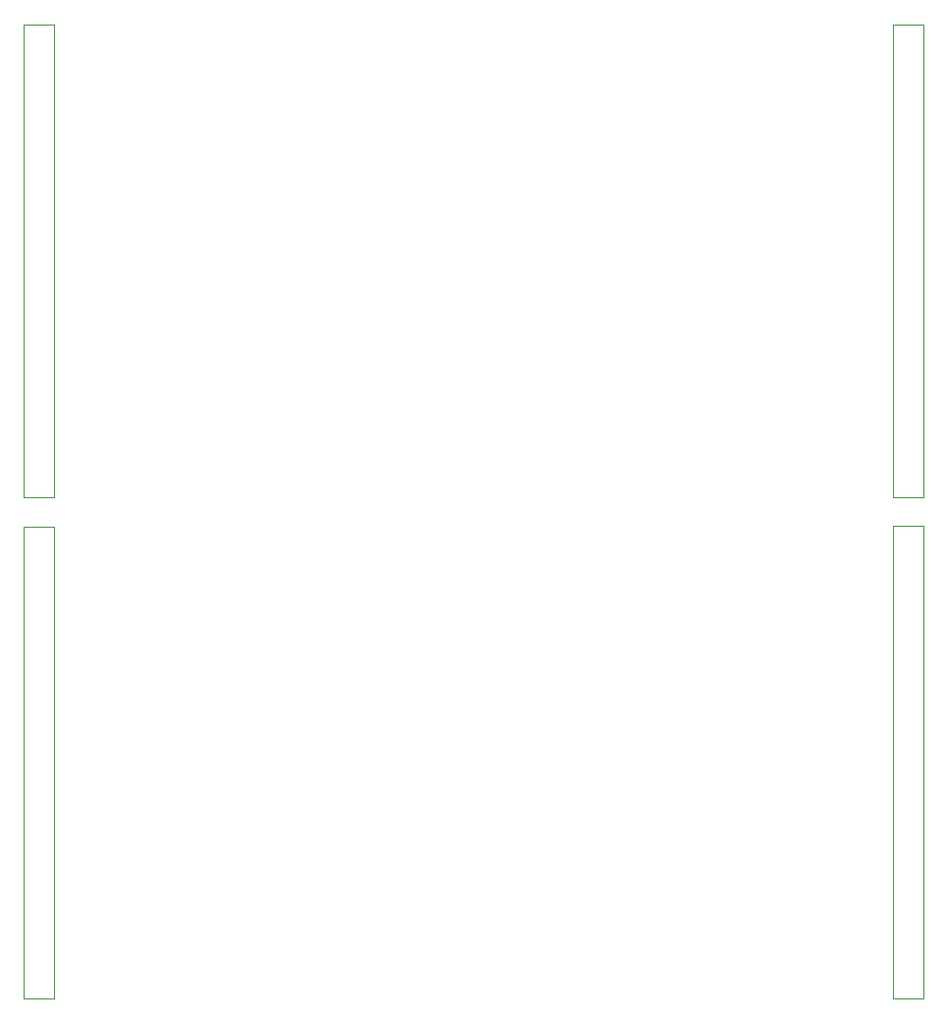
<source format=gbo>
G04 #@! TF.GenerationSoftware,KiCad,Pcbnew,(6.0.11-0)*
G04 #@! TF.CreationDate,2023-03-26T21:42:55+01:00*
G04 #@! TF.ProjectId,ioboard,696f626f-6172-4642-9e6b-696361645f70,rev?*
G04 #@! TF.SameCoordinates,Original*
G04 #@! TF.FileFunction,Legend,Bot*
G04 #@! TF.FilePolarity,Positive*
%FSLAX46Y46*%
G04 Gerber Fmt 4.6, Leading zero omitted, Abs format (unit mm)*
G04 Created by KiCad (PCBNEW (6.0.11-0)) date 2023-03-26 21:42:55*
%MOMM*%
%LPD*%
G01*
G04 APERTURE LIST*
%ADD10C,0.120000*%
%ADD11O,2.500000X4.500000*%
%ADD12R,1.800000X1.800000*%
%ADD13C,1.800000*%
%ADD14C,2.000000*%
%ADD15C,1.400000*%
%ADD16O,1.400000X1.400000*%
%ADD17C,1.700000*%
%ADD18O,1.700000X1.700000*%
G04 APERTURE END LIST*
D10*
X3870000Y-92770000D02*
X1210000Y-92770000D01*
X3870000Y-52070000D02*
X3870000Y-92770000D01*
X3870000Y-52070000D02*
X1210000Y-52070000D01*
X1210000Y-52070000D02*
X1210000Y-92770000D01*
X78790000Y-92770000D02*
X76130000Y-92770000D01*
X78780800Y-52019200D02*
X76139200Y-52019200D01*
X78780800Y-52019200D02*
X78790000Y-92770000D01*
X76139200Y-52019200D02*
X76130000Y-92770000D01*
X76139200Y-8839200D02*
X76130000Y-49590000D01*
X78790000Y-49590000D02*
X76130000Y-49590000D01*
X78780800Y-8839200D02*
X78790000Y-49590000D01*
X78780800Y-8839200D02*
X76139200Y-8839200D01*
X3870000Y-8839200D02*
X1210000Y-8839200D01*
X1210000Y-8839200D02*
X1210000Y-49590000D01*
X3870000Y-8839200D02*
X3870000Y-49590000D01*
X3870000Y-49590000D02*
X1210000Y-49590000D01*
%LPC*%
D11*
X26050000Y-46500000D03*
X35650000Y-46500000D03*
D12*
X28350000Y-54000000D03*
D13*
X30850000Y-54000000D03*
X33350000Y-54000000D03*
D14*
X12500000Y-97000000D03*
X33850000Y-37000000D03*
X30850000Y-43960000D03*
X30850000Y-46500000D03*
X30850000Y-49040000D03*
D11*
X44350000Y-86500000D03*
X53950000Y-86500000D03*
D12*
X46650000Y-94000000D03*
D13*
X49150000Y-94000000D03*
X51650000Y-94000000D03*
D14*
X67500000Y-97000000D03*
D11*
X7700000Y-46500000D03*
X17300000Y-46500000D03*
D12*
X10000000Y-54000000D03*
D13*
X12500000Y-54000000D03*
X15000000Y-54000000D03*
D15*
X57000000Y-97100000D03*
D16*
X57000000Y-89480000D03*
D11*
X62700000Y-6500000D03*
X72300000Y-6500000D03*
D12*
X65000000Y-14000000D03*
D13*
X67500000Y-14000000D03*
X70000000Y-14000000D03*
D14*
X30850000Y-17000000D03*
X67500000Y-23960000D03*
X67500000Y-26500000D03*
X67500000Y-29040000D03*
X67500000Y-63960000D03*
X67500000Y-66500000D03*
X67500000Y-69040000D03*
X9500000Y-97000000D03*
X9500000Y-57000000D03*
X12500000Y-23960000D03*
X12500000Y-26500000D03*
X12500000Y-29040000D03*
X67500000Y-43960000D03*
X67500000Y-46500000D03*
X67500000Y-49040000D03*
D11*
X17300000Y-26500000D03*
X7700000Y-26500000D03*
D12*
X10000000Y-34000000D03*
D13*
X12500000Y-34000000D03*
X15000000Y-34000000D03*
D14*
X67500000Y-17000000D03*
X30850000Y-77000000D03*
D15*
X59500000Y-97100000D03*
D16*
X59500000Y-89480000D03*
D14*
X27520000Y-97000000D03*
X27850000Y-37000000D03*
X64500000Y-17000000D03*
X12500000Y-63960000D03*
X12500000Y-66500000D03*
X12500000Y-69040000D03*
D15*
X20500000Y-78000000D03*
D16*
X20500000Y-70380000D03*
D11*
X7700000Y-66500000D03*
X17300000Y-66500000D03*
D12*
X10000000Y-74000000D03*
D13*
X12500000Y-74000000D03*
X15000000Y-74000000D03*
D14*
X70500000Y-77000000D03*
D11*
X35650000Y-26500000D03*
X26050000Y-26500000D03*
D12*
X28350000Y-34000000D03*
D13*
X30850000Y-34000000D03*
X33350000Y-34000000D03*
D11*
X7700000Y-86500000D03*
X17300000Y-86500000D03*
D12*
X10000000Y-94000000D03*
D13*
X12500000Y-94000000D03*
X15000000Y-94000000D03*
D11*
X35650000Y-66500000D03*
X26050000Y-66500000D03*
D12*
X28350000Y-74000000D03*
D13*
X30850000Y-74000000D03*
X33350000Y-74000000D03*
D15*
X59500000Y-17000000D03*
D16*
X59500000Y-9380000D03*
D15*
X23000000Y-37000000D03*
D16*
X23000000Y-29380000D03*
D14*
X33520000Y-97000000D03*
X52150000Y-77000000D03*
D15*
X57000000Y-77000000D03*
D16*
X57000000Y-69380000D03*
D14*
X67500000Y-83960000D03*
X67500000Y-86500000D03*
X67500000Y-89040000D03*
D15*
X20500000Y-57000000D03*
D16*
X20500000Y-49380000D03*
D14*
X49150000Y-97000000D03*
X9500000Y-17000000D03*
X44679812Y-21781164D03*
X52588607Y-30129874D03*
X46742975Y-23959088D03*
X49150000Y-3960000D03*
X49150000Y-6500000D03*
X49150000Y-9040000D03*
X44679812Y-61781164D03*
X52588607Y-70129874D03*
X46742975Y-63959088D03*
D15*
X20500000Y-37000000D03*
D16*
X20500000Y-29380000D03*
D14*
X30850000Y-37000000D03*
X46150000Y-57000000D03*
X30850000Y-3960000D03*
X30850000Y-6500000D03*
X30850000Y-9040000D03*
X8029812Y-61781164D03*
X15938607Y-70129874D03*
X10092975Y-63959088D03*
X52150000Y-17000000D03*
X46150000Y-77000000D03*
X8029812Y-21781164D03*
X15938607Y-30129874D03*
X10092975Y-23959088D03*
X46150000Y-97000000D03*
D15*
X23000000Y-57000000D03*
D16*
X23000000Y-49380000D03*
D15*
X23000000Y-78000000D03*
D16*
X23000000Y-70380000D03*
D11*
X72300000Y-46500000D03*
X62700000Y-46500000D03*
D12*
X65000000Y-54000000D03*
D13*
X67500000Y-54000000D03*
X70000000Y-54000000D03*
D14*
X9500000Y-37000000D03*
X70500000Y-37000000D03*
X44679812Y-1781164D03*
X52588607Y-10129874D03*
X46742975Y-3959088D03*
X12500000Y-37000000D03*
X27850000Y-77000000D03*
X67500000Y-77000000D03*
D15*
X23000000Y-97000000D03*
D16*
X23000000Y-89380000D03*
D11*
X44350000Y-26500000D03*
X53950000Y-26500000D03*
D12*
X46650000Y-34000000D03*
D13*
X49150000Y-34000000D03*
X51650000Y-34000000D03*
D14*
X52150000Y-57000000D03*
X46150000Y-37000000D03*
D11*
X62700000Y-66500000D03*
X72300000Y-66500000D03*
D12*
X65000000Y-74000000D03*
D13*
X67500000Y-74000000D03*
X70000000Y-74000000D03*
D14*
X67500000Y-57000000D03*
X44679812Y-81781164D03*
X52588607Y-90129874D03*
X46742975Y-83959088D03*
X70500000Y-97000000D03*
X12500000Y-3960000D03*
X12500000Y-6500000D03*
X12500000Y-9040000D03*
X33850000Y-77000000D03*
X15500000Y-77000000D03*
X49150000Y-57000000D03*
X63029812Y-81781164D03*
X70938607Y-90129874D03*
X65092975Y-83959088D03*
X8029812Y-1781164D03*
X15938607Y-10129874D03*
X10092975Y-3959088D03*
X9500000Y-77000000D03*
X27850000Y-57000000D03*
X70500000Y-57000000D03*
X46150000Y-17000000D03*
X63029812Y-21781164D03*
X70938607Y-30129874D03*
X65092975Y-23959088D03*
X63029812Y-61781164D03*
X70938607Y-70129874D03*
X65092975Y-63959088D03*
X30850000Y-57000000D03*
X63029812Y-1781164D03*
X70938607Y-10129874D03*
X65092975Y-3959088D03*
X26379812Y-21781164D03*
X34288607Y-30129874D03*
X28442975Y-23959088D03*
D11*
X35650000Y-86500000D03*
X26050000Y-86500000D03*
D12*
X28350000Y-94000000D03*
D13*
X30850000Y-94000000D03*
X33350000Y-94000000D03*
D14*
X63029812Y-41781164D03*
X70938607Y-50129874D03*
X65092975Y-43959088D03*
D15*
X57000000Y-57000000D03*
D16*
X57000000Y-49380000D03*
D14*
X49150000Y-63960000D03*
X49150000Y-66500000D03*
X49150000Y-69040000D03*
X26379812Y-81781164D03*
X34288607Y-90129874D03*
X28442975Y-83959088D03*
D15*
X23000000Y-17000000D03*
D16*
X23000000Y-9380000D03*
D14*
X49150000Y-83960000D03*
X49150000Y-86500000D03*
X49150000Y-89040000D03*
X49150000Y-17000000D03*
D11*
X62700000Y-86500000D03*
X72300000Y-86500000D03*
D12*
X65000000Y-94000000D03*
D13*
X67500000Y-94000000D03*
X70000000Y-94000000D03*
D14*
X12500000Y-77000000D03*
X27850000Y-17000000D03*
X49150000Y-37000000D03*
D15*
X59500000Y-57000000D03*
D16*
X59500000Y-49380000D03*
D14*
X33850000Y-57000000D03*
X26379812Y-41781164D03*
X34288607Y-50129874D03*
X28442975Y-43959088D03*
X33850000Y-17000000D03*
X12500000Y-83960000D03*
X12500000Y-86500000D03*
X12500000Y-89040000D03*
D15*
X57000000Y-37000000D03*
D16*
X57000000Y-29380000D03*
D14*
X12500000Y-57000000D03*
D15*
X20500000Y-97000000D03*
D16*
X20500000Y-89380000D03*
D14*
X12500000Y-17000000D03*
X8029812Y-41781164D03*
X15938607Y-50129874D03*
X10092975Y-43959088D03*
D15*
X20500000Y-17000000D03*
D16*
X20500000Y-9380000D03*
D11*
X26050000Y-6500000D03*
X35650000Y-6500000D03*
D12*
X28350000Y-14000000D03*
D13*
X30850000Y-14000000D03*
X33350000Y-14000000D03*
D14*
X30850000Y-83960000D03*
X30850000Y-86500000D03*
X30850000Y-89040000D03*
X64500000Y-97000000D03*
X52150000Y-97000000D03*
X52150000Y-37000000D03*
X15500000Y-97000000D03*
X15500000Y-37000000D03*
D11*
X53950000Y-6500000D03*
X44350000Y-6500000D03*
D12*
X46650000Y-14000000D03*
D13*
X49150000Y-14000000D03*
X51650000Y-14000000D03*
D14*
X12500000Y-43960000D03*
X12500000Y-46500000D03*
X12500000Y-49040000D03*
X8029812Y-81781164D03*
X15938607Y-90129874D03*
X10092975Y-83959088D03*
D11*
X44350000Y-46500000D03*
X53950000Y-46500000D03*
D12*
X46650000Y-54000000D03*
D13*
X49150000Y-54000000D03*
X51650000Y-54000000D03*
D14*
X49150000Y-77000000D03*
X49150000Y-43960000D03*
X49150000Y-46500000D03*
X49150000Y-49040000D03*
X64500000Y-77000000D03*
X64500000Y-57000000D03*
X26379812Y-1781164D03*
X34288607Y-10129874D03*
X28442975Y-3959088D03*
X49150000Y-23960000D03*
X49150000Y-26500000D03*
X49150000Y-29040000D03*
X70500000Y-17000000D03*
D15*
X59500000Y-77000000D03*
D16*
X59500000Y-69380000D03*
D14*
X67500000Y-3960000D03*
X67500000Y-6500000D03*
X67500000Y-9040000D03*
D11*
X7700000Y-6500000D03*
X17300000Y-6500000D03*
D12*
X10000000Y-14000000D03*
D13*
X12500000Y-14000000D03*
X15000000Y-14000000D03*
D15*
X57000000Y-17000000D03*
D16*
X57000000Y-9380000D03*
D14*
X30850000Y-63960000D03*
X30850000Y-66500000D03*
X30850000Y-69040000D03*
X15500000Y-57000000D03*
D11*
X53950000Y-66500000D03*
X44350000Y-66500000D03*
D12*
X46650000Y-74000000D03*
D13*
X49150000Y-74000000D03*
X51650000Y-74000000D03*
D14*
X15500000Y-17000000D03*
X30520000Y-97000000D03*
X64500000Y-37000000D03*
X67500000Y-37000000D03*
D15*
X59500000Y-37000000D03*
D16*
X59500000Y-29380000D03*
D14*
X30850000Y-23960000D03*
X30850000Y-26500000D03*
X30850000Y-29040000D03*
D11*
X62700000Y-26500000D03*
X72300000Y-26500000D03*
D12*
X65000000Y-34000000D03*
D13*
X67500000Y-34000000D03*
X70000000Y-34000000D03*
D14*
X26379812Y-61781164D03*
X34288607Y-70129874D03*
X28442975Y-63959088D03*
X44679812Y-41781164D03*
X52588607Y-50129874D03*
X46742975Y-43959088D03*
D17*
X2540000Y-53340000D03*
D18*
X2540000Y-55880000D03*
X2540000Y-58420000D03*
X2540000Y-60960000D03*
X2540000Y-63500000D03*
X2540000Y-66040000D03*
X2540000Y-68580000D03*
X2540000Y-71120000D03*
X2540000Y-73660000D03*
X2540000Y-76200000D03*
X2540000Y-78740000D03*
X2540000Y-81280000D03*
X2540000Y-83820000D03*
X2540000Y-86360000D03*
X2540000Y-88900000D03*
X2540000Y-91440000D03*
D17*
X77460000Y-53340000D03*
D18*
X77460000Y-55880000D03*
X77460000Y-58420000D03*
X77460000Y-60960000D03*
X77460000Y-63500000D03*
X77460000Y-66040000D03*
X77460000Y-68580000D03*
X77460000Y-71120000D03*
X77460000Y-73660000D03*
X77460000Y-76200000D03*
X77460000Y-78740000D03*
X77460000Y-81280000D03*
X77460000Y-83820000D03*
X77460000Y-86360000D03*
X77460000Y-88900000D03*
X77460000Y-91440000D03*
D17*
X77460000Y-10160000D03*
D18*
X77460000Y-12700000D03*
X77460000Y-15240000D03*
X77460000Y-17780000D03*
X77460000Y-20320000D03*
X77460000Y-22860000D03*
X77460000Y-25400000D03*
X77460000Y-27940000D03*
X77460000Y-30480000D03*
X77460000Y-33020000D03*
X77460000Y-35560000D03*
X77460000Y-38100000D03*
X77460000Y-40640000D03*
X77460000Y-43180000D03*
X77460000Y-45720000D03*
X77460000Y-48260000D03*
D17*
X2540000Y-10160000D03*
D18*
X2540000Y-12700000D03*
X2540000Y-15240000D03*
X2540000Y-17780000D03*
X2540000Y-20320000D03*
X2540000Y-22860000D03*
X2540000Y-25400000D03*
X2540000Y-27940000D03*
X2540000Y-30480000D03*
X2540000Y-33020000D03*
X2540000Y-35560000D03*
X2540000Y-38100000D03*
X2540000Y-40640000D03*
X2540000Y-43180000D03*
X2540000Y-45720000D03*
X2540000Y-48260000D03*
M02*

</source>
